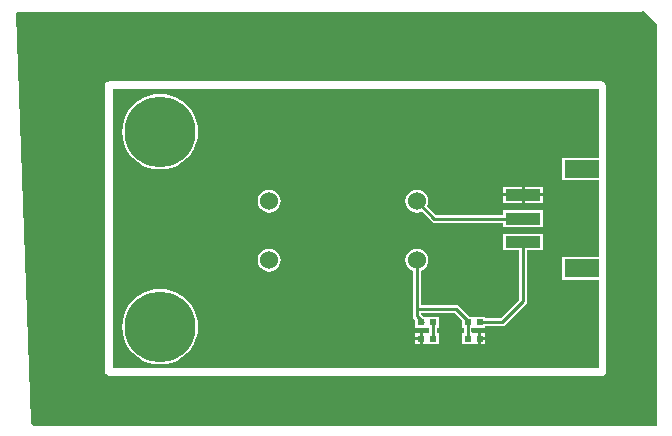
<source format=gtl>
%FSLAX23Y23*%
%MOIN*%
G70*
G01*
G75*
G04 Layer_Physical_Order=1*
G04 Layer_Color=255*
%ADD10R,0.118X0.059*%
%ADD11R,0.118X0.039*%
%ADD12R,0.024X0.020*%
%ADD13C,0.010*%
%ADD14C,0.060*%
%ADD15C,0.236*%
%ADD16C,0.039*%
G36*
X1825Y1160D02*
Y-180D01*
X-250D01*
X-260Y-170D01*
X-310Y1196D01*
X-306Y1200D01*
X1775D01*
X1780Y1205D01*
X1825Y1160D01*
D02*
G37*
%LPC*%
G36*
X1640Y968D02*
X0D01*
X-5Y967D01*
X-9Y964D01*
X-12Y960D01*
X-13Y955D01*
Y0D01*
X-12Y-5D01*
X-9Y-9D01*
X-5Y-12D01*
X0Y-13D01*
X1645D01*
X1650Y-12D01*
X1654Y-9D01*
X1657Y-5D01*
X1658Y-0D01*
X1658Y-0D01*
X1658Y0D01*
Y0D01*
Y950D01*
X1657Y955D01*
X1654Y959D01*
X1649Y964D01*
X1645Y967D01*
X1640Y968D01*
D02*
G37*
%LPD*%
G36*
X1632Y713D02*
X1510D01*
Y638D01*
X1632D01*
Y382D01*
X1510D01*
Y307D01*
X1632D01*
Y13D01*
X13D01*
Y942D01*
X1632D01*
Y713D01*
D02*
G37*
%LPC*%
G36*
X1254Y128D02*
X1240D01*
Y115D01*
X1254D01*
Y128D01*
D02*
G37*
G36*
X1035Y128D02*
X1021D01*
Y115D01*
X1035D01*
Y128D01*
D02*
G37*
G36*
Y105D02*
X1021D01*
Y92D01*
X1035D01*
Y105D01*
D02*
G37*
G36*
X170Y276D02*
X150Y275D01*
X131Y270D01*
X113Y263D01*
X96Y252D01*
X81Y239D01*
X68Y224D01*
X57Y207D01*
X50Y189D01*
X45Y170D01*
X44Y150D01*
X45Y130D01*
X50Y111D01*
X57Y93D01*
X68Y76D01*
X81Y61D01*
X96Y48D01*
X113Y37D01*
X131Y30D01*
X150Y25D01*
X170Y24D01*
X190Y25D01*
X209Y30D01*
X227Y37D01*
X244Y48D01*
X259Y61D01*
X272Y76D01*
X283Y93D01*
X290Y111D01*
X295Y130D01*
X296Y150D01*
X295Y170D01*
X290Y189D01*
X283Y207D01*
X272Y224D01*
X259Y239D01*
X244Y252D01*
X227Y263D01*
X209Y270D01*
X190Y275D01*
X170Y276D01*
D02*
G37*
G36*
X1254Y105D02*
X1240D01*
Y92D01*
X1254D01*
Y105D01*
D02*
G37*
G36*
X1447Y459D02*
X1313D01*
Y404D01*
X1367D01*
Y240D01*
X1305Y178D01*
X1254D01*
Y183D01*
X1219D01*
X1219Y183D01*
Y183D01*
X1215Y183D01*
X1215D01*
D01*
X1211Y183D01*
X1211Y183D01*
Y183D01*
X1202D01*
X1166Y219D01*
X1161Y222D01*
X1156Y223D01*
X1039D01*
Y336D01*
X1045Y338D01*
X1053Y345D01*
X1059Y352D01*
X1063Y362D01*
X1064Y372D01*
X1063Y381D01*
X1059Y391D01*
X1053Y399D01*
X1045Y405D01*
X1036Y408D01*
X1026Y410D01*
X1016Y408D01*
X1007Y405D01*
X999Y399D01*
X993Y391D01*
X989Y381D01*
X988Y372D01*
X989Y362D01*
X993Y352D01*
X999Y345D01*
X1007Y338D01*
X1013Y336D01*
Y210D01*
Y185D01*
X1014Y180D01*
X1017Y176D01*
X1017Y176D01*
X1017Y176D01*
X1021Y172D01*
Y147D01*
X1056D01*
X1056Y147D01*
Y147D01*
X1060Y147D01*
X1060D01*
D01*
X1063Y147D01*
X1067Y144D01*
Y131D01*
X1063Y128D01*
X1060Y128D01*
X1060D01*
D01*
X1056Y128D01*
X1056Y128D01*
Y128D01*
X1045D01*
Y110D01*
Y92D01*
X1056D01*
X1056Y92D01*
Y92D01*
X1060Y92D01*
X1060D01*
D01*
X1064Y92D01*
X1064Y92D01*
Y92D01*
X1099D01*
Y128D01*
X1093D01*
Y147D01*
X1099D01*
Y183D01*
X1064D01*
X1064Y183D01*
Y183D01*
X1060Y183D01*
X1060D01*
D01*
X1056Y183D01*
X1056Y183D01*
Y183D01*
X1047D01*
X1039Y191D01*
Y197D01*
X1151D01*
X1176Y172D01*
Y147D01*
X1182D01*
Y128D01*
X1176D01*
Y92D01*
X1211D01*
X1211Y92D01*
Y92D01*
X1215Y92D01*
X1215D01*
D01*
X1219Y92D01*
X1219Y92D01*
Y92D01*
X1230D01*
Y110D01*
Y128D01*
X1219D01*
X1219Y128D01*
Y128D01*
X1215Y128D01*
X1215D01*
D01*
X1212Y128D01*
X1208Y131D01*
Y144D01*
X1212Y147D01*
X1215Y147D01*
X1215D01*
D01*
X1219Y147D01*
X1219Y147D01*
Y147D01*
X1254D01*
Y152D01*
X1310D01*
X1315Y153D01*
X1319Y156D01*
X1319Y156D01*
X1319Y156D01*
X1389Y226D01*
X1392Y230D01*
X1393Y235D01*
X1393Y235D01*
X1393Y235D01*
Y235D01*
Y404D01*
X1447D01*
Y459D01*
D02*
G37*
G36*
X1375Y616D02*
X1313D01*
Y594D01*
X1375D01*
Y616D01*
D02*
G37*
G36*
X1447Y584D02*
X1385D01*
Y561D01*
X1447D01*
Y584D01*
D02*
G37*
G36*
X170Y926D02*
X150Y925D01*
X131Y920D01*
X113Y913D01*
X96Y902D01*
X81Y889D01*
X68Y874D01*
X57Y857D01*
X50Y839D01*
X45Y820D01*
X44Y800D01*
X45Y780D01*
X50Y761D01*
X57Y743D01*
X68Y726D01*
X81Y711D01*
X96Y698D01*
X113Y687D01*
X131Y680D01*
X150Y675D01*
X170Y674D01*
X190Y675D01*
X209Y680D01*
X227Y687D01*
X244Y698D01*
X259Y711D01*
X272Y726D01*
X283Y743D01*
X290Y761D01*
X295Y780D01*
X296Y800D01*
X295Y820D01*
X290Y839D01*
X283Y857D01*
X272Y874D01*
X259Y889D01*
X244Y902D01*
X227Y913D01*
X209Y920D01*
X190Y925D01*
X170Y926D01*
D02*
G37*
G36*
X1447Y616D02*
X1385D01*
Y594D01*
X1447D01*
Y616D01*
D02*
G37*
G36*
X1026Y607D02*
X1016Y605D01*
X1007Y602D01*
X999Y595D01*
X993Y588D01*
X989Y578D01*
X988Y568D01*
X989Y559D01*
X993Y549D01*
X999Y541D01*
X1007Y535D01*
X1016Y532D01*
X1026Y530D01*
X1036Y532D01*
X1042Y534D01*
X1075Y501D01*
X1075D01*
X1075Y501D01*
X1075Y501D01*
Y501D01*
X1079Y498D01*
X1084Y497D01*
X1313D01*
Y482D01*
X1447D01*
Y538D01*
X1313D01*
Y523D01*
X1090D01*
X1060Y553D01*
X1063Y559D01*
X1064Y568D01*
X1063Y578D01*
X1059Y588D01*
X1053Y595D01*
X1045Y602D01*
X1036Y605D01*
X1026Y607D01*
D02*
G37*
G36*
X534Y410D02*
X524Y408D01*
X515Y405D01*
X507Y399D01*
X501Y391D01*
X497Y381D01*
X496Y372D01*
X497Y362D01*
X501Y352D01*
X507Y345D01*
X515Y338D01*
X524Y335D01*
X534Y333D01*
X544Y335D01*
X553Y338D01*
X561Y345D01*
X567Y352D01*
X571Y362D01*
X572Y372D01*
X571Y381D01*
X567Y391D01*
X561Y399D01*
X553Y405D01*
X544Y408D01*
X534Y410D01*
D02*
G37*
G36*
X1375Y584D02*
X1313D01*
Y561D01*
X1375D01*
Y584D01*
D02*
G37*
G36*
X534Y607D02*
X524Y605D01*
X515Y602D01*
X507Y595D01*
X501Y588D01*
X497Y578D01*
X496Y568D01*
X497Y559D01*
X501Y549D01*
X507Y541D01*
X515Y535D01*
X524Y532D01*
X534Y530D01*
X544Y532D01*
X553Y535D01*
X561Y541D01*
X567Y549D01*
X571Y559D01*
X572Y568D01*
X571Y578D01*
X567Y588D01*
X561Y595D01*
X553Y602D01*
X544Y605D01*
X534Y607D01*
D02*
G37*
%LPD*%
D10*
X1577Y345D02*
D03*
Y675D02*
D03*
D11*
X1380Y589D02*
D03*
Y431D02*
D03*
Y510D02*
D03*
Y589D02*
D03*
D12*
X1040Y110D02*
D03*
X1080D02*
D03*
X1080Y165D02*
D03*
X1040D02*
D03*
X1235Y110D02*
D03*
X1195D02*
D03*
X1195Y165D02*
D03*
X1235D02*
D03*
D13*
X1026Y568D02*
X1084Y510D01*
X1380D01*
X1026Y185D02*
X1046Y165D01*
X1026Y185D02*
Y210D01*
Y372D01*
Y210D02*
X1156D01*
X1201Y165D02*
X1201Y165D01*
X1229D02*
X1310D01*
X1380Y235D01*
Y431D01*
X1080Y110D02*
Y165D01*
X1195Y110D02*
Y165D01*
X1156Y210D02*
X1201Y165D01*
D14*
X534Y372D02*
D03*
X1026Y568D02*
D03*
Y372D02*
D03*
X534Y568D02*
D03*
D15*
X170Y800D02*
D03*
Y150D02*
D03*
D16*
X259Y800D02*
D03*
X233Y737D02*
D03*
X170Y711D02*
D03*
X107Y737D02*
D03*
X81Y800D02*
D03*
X170Y889D02*
D03*
X233Y863D02*
D03*
X107D02*
D03*
X259Y150D02*
D03*
X233Y87D02*
D03*
X170Y61D02*
D03*
X107Y87D02*
D03*
X81Y150D02*
D03*
X170Y239D02*
D03*
X233Y213D02*
D03*
X107D02*
D03*
M02*

</source>
